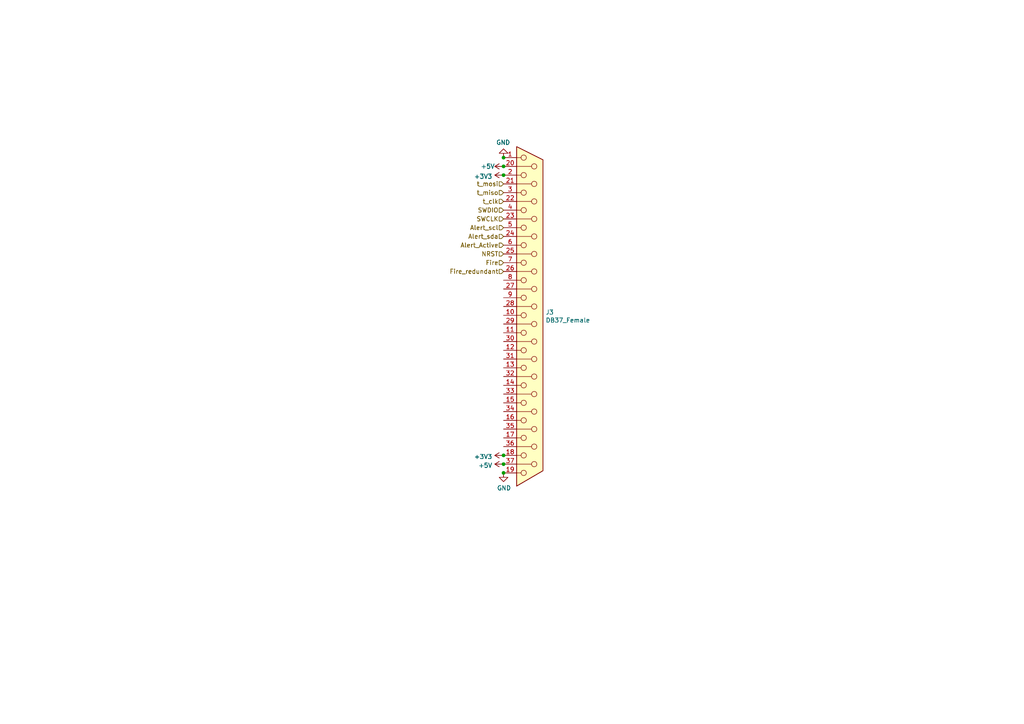
<source format=kicad_sch>
(kicad_sch (version 20211123) (generator eeschema)
  (paper "A4")
  (lib_symbols
    (symbol "Connector:DB37_Female" (pin_names (offset 1.016) hide)
      (property "Reference" "J" (at 0 50.165 0))
      (property "Value" "DB37_Female" (at 0 -50.8 0))
      (symbol "DB37_Female_0_1"
        (circle (center -1.778 -45.72) (radius 0.762))
        (circle (center -1.778 -40.64) (radius 0.762))
        (circle (center -1.778 -35.56) (radius 0.762))
        (circle (center -1.778 -30.48) (radius 0.762))
        (circle (center -1.778 -25.4) (radius 0.762))
        (circle (center -1.778 -20.32) (radius 0.762))
        (circle (center -1.778 -15.24) (radius 0.762))
        (circle (center -1.778 -10.16) (radius 0.762))
        (circle (center -1.778 -5.08) (radius 0.762))
        (circle (center -1.778 0) (radius 0.762))
        (circle (center -1.778 5.08) (radius 0.762))
        (circle (center -1.778 10.16) (radius 0.762))
        (circle (center -1.778 15.24) (radius 0.762))
        (circle (center -1.778 20.32) (radius 0.762))
        (circle (center -1.778 25.4) (radius 0.762))
        (circle (center -1.778 30.48) (radius 0.762))
        (circle (center -1.778 35.56) (radius 0.762))
        (circle (center -1.778 40.64) (radius 0.762))
        (circle (center -1.778 45.72) (radius 0.762))
        (polyline (pts (xy -3.81 -45.72) (xy -2.54 -45.72)))
        (polyline (pts (xy -3.81 -43.18) (xy 0.508 -43.18)))
        (polyline (pts (xy -3.81 -40.64) (xy -2.54 -40.64)))
        (polyline (pts (xy -3.81 -38.1) (xy 0.508 -38.1)))
        (polyline (pts (xy -3.81 -35.56) (xy -2.54 -35.56)))
        (polyline (pts (xy -3.81 -33.02) (xy 0.508 -33.02)))
        (polyline (pts (xy -3.81 -30.48) (xy -2.54 -30.48)))
        (polyline (pts (xy -3.81 -27.94) (xy 0.508 -27.94)))
        (polyline (pts (xy -3.81 -25.4) (xy -2.54 -25.4)))
        (polyline (pts (xy -3.81 -22.86) (xy 0.508 -22.86)))
        (polyline (pts (xy -3.81 -20.32) (xy -2.54 -20.32)))
        (polyline (pts (xy -3.81 -17.78) (xy 0.508 -17.78)))
        (polyline (pts (xy -3.81 -15.24) (xy -2.54 -15.24)))
        (polyline (pts (xy -3.81 -12.7) (xy 0.508 -12.7)))
        (polyline (pts (xy -3.81 -10.16) (xy -2.54 -10.16)))
        (polyline (pts (xy -3.81 -7.62) (xy 0.508 -7.62)))
        (polyline (pts (xy -3.81 -5.08) (xy -2.54 -5.08)))
        (polyline (pts (xy -3.81 -2.54) (xy 0.508 -2.54)))
        (polyline (pts (xy -3.81 0) (xy -2.54 0)))
        (polyline (pts (xy -3.81 2.54) (xy 0.508 2.54)))
        (polyline (pts (xy -3.81 5.08) (xy -2.54 5.08)))
        (polyline (pts (xy -3.81 7.62) (xy 0.508 7.62)))
        (polyline (pts (xy -3.81 10.16) (xy -2.54 10.16)))
        (polyline (pts (xy -3.81 12.7) (xy 0.508 12.7)))
        (polyline (pts (xy -3.81 15.24) (xy -2.54 15.24)))
        (polyline (pts (xy -3.81 17.78) (xy 0.508 17.78)))
        (polyline (pts (xy -3.81 20.32) (xy -2.54 20.32)))
        (polyline (pts (xy -3.81 22.86) (xy 0.508 22.86)))
        (polyline (pts (xy -3.81 25.4) (xy -2.54 25.4)))
        (polyline (pts (xy -3.81 27.94) (xy 0.508 27.94)))
        (polyline (pts (xy -3.81 30.48) (xy -2.54 30.48)))
        (polyline (pts (xy -3.81 33.02) (xy 0.508 33.02)))
        (polyline (pts (xy -3.81 35.56) (xy -2.54 35.56)))
        (polyline (pts (xy -3.81 38.1) (xy 0.508 38.1)))
        (polyline (pts (xy -3.81 40.64) (xy -2.54 40.64)))
        (polyline (pts (xy -3.81 43.18) (xy 0.508 43.18)))
        (polyline (pts (xy -3.81 45.72) (xy -2.54 45.72)))
        (polyline (pts (xy -3.81 -49.53) (xy 3.81 -45.085) (xy 3.81 45.085) (xy -3.81 48.895) (xy -3.81 -49.53)) (stroke (width 0.254)) (fill (type background)))
        (circle (center 1.27 -43.18) (radius 0.762))
        (circle (center 1.27 -38.1) (radius 0.762))
        (circle (center 1.27 -33.02) (radius 0.762))
        (circle (center 1.27 -27.94) (radius 0.762))
        (circle (center 1.27 -22.86) (radius 0.762))
        (circle (center 1.27 -17.78) (radius 0.762))
        (circle (center 1.27 -12.7) (radius 0.762))
        (circle (center 1.27 -7.62) (radius 0.762))
        (circle (center 1.27 -2.54) (radius 0.762))
        (circle (center 1.27 2.54) (radius 0.762))
        (circle (center 1.27 7.62) (radius 0.762))
        (circle (center 1.27 12.7) (radius 0.762))
        (circle (center 1.27 17.78) (radius 0.762))
        (circle (center 1.27 22.86) (radius 0.762))
        (circle (center 1.27 27.94) (radius 0.762))
        (circle (center 1.27 33.02) (radius 0.762))
        (circle (center 1.27 38.1) (radius 0.762))
        (circle (center 1.27 43.18) (radius 0.762))
      )
      (symbol "DB37_Female_1_1"
        (pin passive line (at -7.62 45.72 0) (length 3.81) (name "1") (number "1"))
        (pin passive line (at -7.62 0 0) (length 3.81) (name "10") (number "10"))
        (pin passive line (at -7.62 -5.08 0) (length 3.81) (name "11") (number "11"))
        (pin passive line (at -7.62 -10.16 0) (length 3.81) (name "12") (number "12"))
        (pin passive line (at -7.62 -15.24 0) (length 3.81) (name "13") (number "13"))
        (pin passive line (at -7.62 -20.32 0) (length 3.81) (name "14") (number "14"))
        (pin passive line (at -7.62 -25.4 0) (length 3.81) (name "15") (number "15"))
        (pin passive line (at -7.62 -30.48 0) (length 3.81) (name "16") (number "16"))
        (pin passive line (at -7.62 -35.56 0) (length 3.81) (name "17") (number "17"))
        (pin passive line (at -7.62 -40.64 0) (length 3.81) (name "18") (number "18"))
        (pin passive line (at -7.62 -45.72 0) (length 3.81) (name "19") (number "19"))
        (pin passive line (at -7.62 40.64 0) (length 3.81) (name "2") (number "2"))
        (pin passive line (at -7.62 43.18 0) (length 3.81) (name "20") (number "20"))
        (pin passive line (at -7.62 38.1 0) (length 3.81) (name "21") (number "21"))
        (pin passive line (at -7.62 33.02 0) (length 3.81) (name "22") (number "22"))
        (pin passive line (at -7.62 27.94 0) (length 3.81) (name "23") (number "23"))
        (pin passive line (at -7.62 22.86 0) (length 3.81) (name "24") (number "24"))
        (pin passive line (at -7.62 17.78 0) (length 3.81) (name "25") (number "25"))
        (pin passive line (at -7.62 12.7 0) (length 3.81) (name "26") (number "26"))
        (pin passive line (at -7.62 7.62 0) (length 3.81) (name "27") (number "27"))
        (pin passive line (at -7.62 2.54 0) (length 3.81) (name "28") (number "28"))
        (pin passive line (at -7.62 -2.54 0) (length 3.81) (name "29") (number "29"))
        (pin passive line (at -7.62 35.56 0) (length 3.81) (name "3") (number "3"))
        (pin passive line (at -7.62 -7.62 0) (length 3.81) (name "30") (number "30"))
        (pin passive line (at -7.62 -12.7 0) (length 3.81) (name "31") (number "31"))
        (pin passive line (at -7.62 -17.78 0) (length 3.81) (name "32") (number "32"))
        (pin passive line (at -7.62 -22.86 0) (length 3.81) (name "33") (number "33"))
        (pin passive line (at -7.62 -27.94 0) (length 3.81) (name "34") (number "34"))
        (pin passive line (at -7.62 -33.02 0) (length 3.81) (name "35") (number "35"))
        (pin passive line (at -7.62 -38.1 0) (length 3.81) (name "36") (number "36"))
        (pin passive line (at -7.62 -43.18 0) (length 3.81) (name "37") (number "37"))
        (pin passive line (at -7.62 30.48 0) (length 3.81) (name "4") (number "4"))
        (pin passive line (at -7.62 25.4 0) (length 3.81) (name "5") (number "5"))
        (pin passive line (at -7.62 20.32 0) (length 3.81) (name "6") (number "6"))
        (pin passive line (at -7.62 15.24 0) (length 3.81) (name "7") (number "7"))
        (pin passive line (at -7.62 10.16 0) (length 3.81) (name "8") (number "8"))
        (pin passive line (at -7.62 5.08 0) (length 3.81) (name "9") (number "9"))
      )
    )
    (symbol "power:+3.3V" (power) (pin_names (offset 0))
      (property "Value" "+3.3V" (at 0 3.556 0))
      (symbol "+3.3V_0_1"
        (polyline (pts (xy -0.762 1.27) (xy 0 2.54)))
        (polyline (pts (xy 0 0) (xy 0 2.54)))
        (polyline (pts (xy 0 2.54) (xy 0.762 1.27)))
      )
      (symbol "+3.3V_1_1"
        (pin power_in line (at 0 0 90) (length 0) hide (name "+3V3") (number "1"))
      )
    )
    (symbol "power:+5V" (power) (pin_names (offset 0))
      (property "Value" "+5V" (at 0 3.556 0))
      (symbol "+5V_0_1"
        (polyline (pts (xy -0.762 1.27) (xy 0 2.54)))
        (polyline (pts (xy 0 0) (xy 0 2.54)))
        (polyline (pts (xy 0 2.54) (xy 0.762 1.27)))
      )
      (symbol "+5V_1_1"
        (pin power_in line (at 0 0 90) (length 0) hide (name "+5V") (number "1"))
      )
    )
    (symbol "power:GND" (power) (pin_names (offset 0))
      (property "Value" "GND" (at 0 -3.81 0))
      (symbol "GND_0_1"
        (polyline (pts (xy 0 0) (xy 0 -1.27) (xy 1.27 -1.27) (xy 0 -2.54) (xy -1.27 -1.27) (xy 0 -1.27)))
      )
      (symbol "GND_1_1"
        (pin power_in line (at 0 0 270) (length 0) hide (name "GND") (number "1"))
      )
    )
  )
  (junction (at 146.05 45.72))
  (junction (at 146.05 137.16))
  (junction (at 146.05 48.26))
  (junction (at 146.05 132.08))
  (junction (at 146.05 50.8))
  (junction (at 146.05 134.62))
  (hierarchical_label "Alert_sda" (shape input) (at 146.05 68.58 180))
  (hierarchical_label "SWDIO" (shape input) (at 146.05 60.96 180))
  (hierarchical_label "Alert_Active" (shape input) (at 146.05 71.12 180))
  (hierarchical_label "Fire_redundant" (shape input) (at 146.05 78.74 180))
  (hierarchical_label "NRST" (shape input) (at 146.05 73.66 180))
  (hierarchical_label "t_clk" (shape input) (at 146.05 58.42 180))
  (hierarchical_label "Fire_redundant" (shape input) (at 146.05 78.74 180))
  (hierarchical_label "t_mosi" (shape input) (at 146.05 53.34 180))
  (hierarchical_label "t_miso" (shape input) (at 146.05 55.88 180))
  (hierarchical_label "Fire" (shape input) (at 146.05 76.2 180))
  (hierarchical_label "Alert_Active" (shape input) (at 146.05 71.12 180))
  (hierarchical_label "Alert_scl" (shape input) (at 146.05 66.04 180))
  (hierarchical_label "t_clk" (shape input) (at 146.05 58.42 180))
  (hierarchical_label "SWDIO" (shape input) (at 146.05 60.96 180))
  (hierarchical_label "Fire" (shape input) (at 146.05 76.2 180))
  (hierarchical_label "NRST" (shape input) (at 146.05 73.66 180))
  (hierarchical_label "Alert_scl" (shape input) (at 146.05 66.04 180))
  (hierarchical_label "Alert_sda" (shape input) (at 146.05 68.58 180))
  (hierarchical_label "SWCLK" (shape input) (at 146.05 63.5 180))
  (hierarchical_label "t_miso" (shape input) (at 146.05 55.88 180))
  (hierarchical_label "t_mosi" (shape input) (at 146.05 53.34 180))
  (hierarchical_label "SWCLK" (shape input) (at 146.05 63.5 180))
  (symbol (lib_id "power:+5V") (at 146.05 48.26 90) (mirror x)
    (property "Reference" "#PWR015" (effects hide))
    (property "Value" "+5V" (at 143.51 48.26 90) (effects (justify left)))
  )
  (symbol (lib_id "power:+5V") (at 146.05 134.62 90) (mirror x)
    (property "Reference" "#PWR021" (effects hide))
    (property "Value" "+5V" (at 142.7988 135.001 90) (effects (justify left)))
  )
  (symbol (lib_id "power:+3.3V") (at 146.05 50.8 90) (mirror x)
    (property "Reference" "#PWR017" (effects hide))
    (property "Value" "+3.3V" (at 142.7988 51.181 90) (effects (justify left)))
  )
  (symbol (lib_id "power:+5V") (at 146.05 48.26 90) (mirror x)
    (property "Reference" "#PWR016" (effects hide))
    (property "Value" "+5V" (at 143.51 48.26 90) (effects (justify left)))
  )
  (symbol (lib_id "power:+5V") (at 146.05 134.62 90) (mirror x)
    (property "Reference" "#PWR022" (effects hide))
    (property "Value" "+5V" (at 142.7988 135.001 90) (effects (justify left)))
  )
  (symbol (lib_id "power:+3.3V") (at 146.05 132.08 90) (mirror x)
    (property "Reference" "#PWR019" (effects hide))
    (property "Value" "+3.3V" (at 142.7988 132.461 90) (effects (justify left)))
  )
  (symbol (lib_id "Connector:DB37_Female") (at 153.67 91.44 0)
    (property "Reference" "J3" (at 158.242 90.5764 0) (effects (justify left)))
    (property "Value" "DB37_Female" (at 158.242 92.8878 0) (effects (justify left)))
    (property "Footprint" "1-747301-6:TE_1-747301-6" (effects hide))
    (property "Datasheet" " ~" (effects hide))
  )
  (symbol (lib_id "power:GND") (at 146.05 137.16 0)
    (property "Reference" "#PWR023" (effects hide))
    (property "Value" "GND" (at 146.177 141.5542 0))
  )
  (symbol (lib_id "power:GND") (at 146.05 45.72 180)
    (property "Reference" "#PWR013" (effects hide))
    (property "Value" "GND" (at 145.923 41.3258 0))
  )
  (symbol (lib_id "power:+3.3V") (at 146.05 132.08 90) (mirror x)
    (property "Reference" "#PWR020" (effects hide))
    (property "Value" "+3.3V" (at 142.7988 132.461 90) (effects (justify left)))
  )
  (symbol (lib_id "power:GND") (at 146.05 137.16 0)
    (property "Reference" "#PWR024" (effects hide))
    (property "Value" "GND" (at 146.177 141.5542 0))
  )
  (symbol (lib_id "power:+3.3V") (at 146.05 50.8 90) (mirror x)
    (property "Reference" "#PWR018" (effects hide))
    (property "Value" "+3.3V" (at 142.7988 51.181 90) (effects (justify left)))
  )
  (symbol (lib_id "power:GND") (at 146.05 45.72 180)
    (property "Reference" "#PWR014" (effects hide))
    (property "Value" "GND" (at 145.923 41.3258 0))
  )
)
</source>
